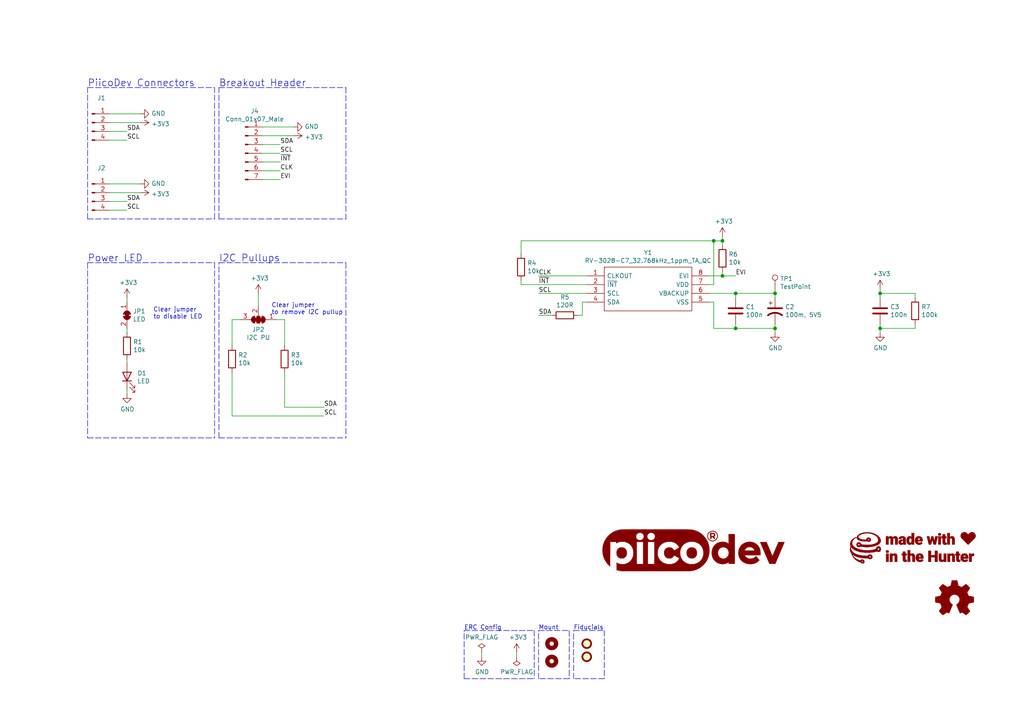
<source format=kicad_sch>
(kicad_sch (version 20211123) (generator eeschema)
  (paper "A4")
  (title_block (title "PiicoDev Real Time Clock RV3028") (date "2022-04-04") (rev "11") (company "Core Electronics") (comment 1 "Designed at Core Electronics by Peter Johnston") (comment 2 "PiicoDev and the PiicoDev logo are trademarks of Core Electronics Pty Ltd.") (comment 3 "License: CCASAv4.0 http://creativecommons.org/licenses/by-sa/4.0"))
  (lib_symbols
    (symbol "Connector:Conn_01x04_Male" (pin_names (offset 1.016) hide)
      (property "Reference" "J" (at 0 5.08 0))
      (property "Value" "Conn_01x04_Male" (at 0 -7.62 0))
      (symbol "Conn_01x04_Male_1_1"
        (pin passive line (at 5.08 2.54 180) (length 3.81) (name "Pin_1") (number "1"))
        (pin passive line (at 5.08 0 180) (length 3.81) (name "Pin_2") (number "2"))
        (pin passive line (at 5.08 -2.54 180) (length 3.81) (name "Pin_3") (number "3"))
        (pin passive line (at 5.08 -5.08 180) (length 3.81) (name "Pin_4") (number "4"))
      )
    )
    (symbol "Connector:Conn_01x07_Male" (pin_names (offset 1.016) hide)
      (property "Reference" "J" (at 0 10.16 0))
      (property "Value" "Conn_01x07_Male" (at 0 -10.16 0))
      (symbol "Conn_01x07_Male_1_1"
        (pin passive line (at 5.08 7.62 180) (length 3.81) (name "Pin_1") (number "1"))
        (pin passive line (at 5.08 5.08 180) (length 3.81) (name "Pin_2") (number "2"))
        (pin passive line (at 5.08 2.54 180) (length 3.81) (name "Pin_3") (number "3"))
        (pin passive line (at 5.08 0 180) (length 3.81) (name "Pin_4") (number "4"))
        (pin passive line (at 5.08 -2.54 180) (length 3.81) (name "Pin_5") (number "5"))
        (pin passive line (at 5.08 -5.08 180) (length 3.81) (name "Pin_6") (number "6"))
        (pin passive line (at 5.08 -7.62 180) (length 3.81) (name "Pin_7") (number "7"))
      )
    )
    (symbol "Connector:TestPoint" (pin_numbers hide) (pin_names (offset 0.762) hide)
      (property "Reference" "TP" (at 0 6.858 0))
      (property "Value" "TestPoint" (at 0 5.08 0))
      (symbol "TestPoint_1_1"
        (pin passive line (at 0 0 90) (length 2.54) (name "1") (number "1"))
      )
    )
    (symbol "CoreElectronics_Artwork:LOGO_CoreElectronics_no-text" (pin_names (offset 1.016)))
    (symbol "CoreElectronics_Artwork:LOGO_PiicoDev" (pin_names (offset 1.016)))
    (symbol "CoreElectronics_Artwork:LOGO_made-with-love" (pin_names (offset 1.016)))
    (symbol "CoreElectronics_Components:RV-3028-C7_32.768kHz_1ppm_TA_QC" (pin_names (offset 0.762))
      (property "Reference" "Y" (at 31.75 7.62 0))
      (property "Value" "RV-3028-C7_32.768kHz_1ppm_TA_QC" (at 31.75 5.08 0))
      (symbol "RV-3028-C7_32.768kHz_1ppm_TA_QC_0_0"
        (pin passive line (at 0 0 0) (length 5.08) (name "CLKOUT") (number "1"))
        (pin passive line (at 0 -2.54 0) (length 5.08) (name "~{INT}") (number "2"))
        (pin passive line (at 0 -5.08 0) (length 5.08) (name "SCL") (number "3"))
        (pin passive line (at 0 -7.62 0) (length 5.08) (name "SDA") (number "4"))
        (pin passive line (at 35.56 -7.62 180) (length 5.08) (name "VSS") (number "5"))
        (pin passive line (at 35.56 -5.08 180) (length 5.08) (name "VBACKUP") (number "6"))
        (pin passive line (at 35.56 -2.54 180) (length 5.08) (name "VDD") (number "7"))
        (pin passive line (at 35.56 0 180) (length 5.08) (name "EVI") (number "8"))
      )
    )
    (symbol "Device:C" (pin_numbers hide) (pin_names (offset 0.254))
      (property "Reference" "C" (at 0.635 2.54 0))
      (property "Value" "C" (at 0.635 -2.54 0))
      (symbol "C_1_1"
        (pin passive line (at 0 3.81 270) (length 2.794) (name "~") (number "1"))
        (pin passive line (at 0 -3.81 90) (length 2.794) (name "~") (number "2"))
      )
    )
    (symbol "Device:LED" (pin_numbers hide) (pin_names (offset 1.016) hide)
      (property "Reference" "D" (at 0 2.54 0))
      (property "Value" "LED" (at 0 -2.54 0))
      (symbol "LED_1_1"
        (pin passive line (at -3.81 0 0) (length 2.54) (name "K") (number "1"))
        (pin passive line (at 3.81 0 180) (length 2.54) (name "A") (number "2"))
      )
    )
    (symbol "Device:R" (pin_numbers hide) (pin_names (offset 0))
      (property "Reference" "R" (at 2.032 0 90))
      (property "Value" "R" (at 0 0 90))
      (symbol "R_1_1"
        (pin passive line (at 0 3.81 270) (length 1.27) (name "~") (number "1"))
        (pin passive line (at 0 -3.81 90) (length 1.27) (name "~") (number "2"))
      )
    )
    (symbol "Graphic:Logo_Open_Hardware_Small" (pin_names (offset 1.016)))
    (symbol "Jumper:SolderJumper_2_Bridged" (pin_names (offset 0) hide)
      (property "Reference" "JP" (at 0 2.032 0))
      (property "Value" "SolderJumper_2_Bridged" (at 0 -2.54 0))
      (symbol "SolderJumper_2_Bridged_1_1"
        (pin passive line (at -3.81 0 0) (length 2.54) (name "A") (number "1"))
        (pin passive line (at 3.81 0 180) (length 2.54) (name "B") (number "2"))
      )
    )
    (symbol "Mechanical:Fiducial"
      (property "Reference" "FID" (at 0 5.08 0))
      (property "Value" "Fiducial" (at 0 3.175 0))
    )
    (symbol "Mechanical:MountingHole" (pin_names (offset 1.016))
      (property "Reference" "H" (at 0 5.08 0))
      (property "Value" "MountingHole" (at 0 3.175 0))
    )
    (symbol "PiicoDev-Real-Time-Clock-RV3028-rescue:CP1-Device" (pin_numbers hide) (pin_names (offset 0.254) hide)
      (property "Reference" "C" (at 0.635 2.54 0))
      (property "Value" "CP1-Device" (at 0.635 -2.54 0))
      (symbol "CP1-Device_1_1"
        (pin passive line (at 0 3.81 270) (length 2.794) (name "~") (number "1"))
        (pin passive line (at 0 -3.81 90) (length 3.302) (name "~") (number "2"))
      )
    )
    (symbol "PiicoDev-Real-Time-Clock-RV3028-rescue:SolderJumper_3_Bridged123-Jumper" (pin_names (offset 0) hide)
      (property "Reference" "JP" (at -2.54 -2.54 0))
      (property "Value" "SolderJumper_3_Bridged123-Jumper" (at 0 2.794 0))
      (symbol "SolderJumper_3_Bridged123-Jumper_1_1"
        (pin passive line (at -5.08 0 0) (length 2.54) (name "A") (number "1"))
        (pin input line (at 0 -3.81 90) (length 2.54) (name "C") (number "2"))
        (pin passive line (at 5.08 0 180) (length 2.54) (name "B") (number "3"))
      )
    )
    (symbol "power:+3V3" (power) (pin_names (offset 0))
      (property "Value" "+3V3" (at 0 3.556 0))
      (symbol "+3V3_1_1"
        (pin power_in line (at 0 0 90) (length 0) hide (name "+3V3") (number "1"))
      )
    )
    (symbol "power:GND" (power) (pin_names (offset 0))
      (property "Value" "GND" (at 0 -3.81 0))
      (symbol "GND_1_1"
        (pin power_in line (at 0 0 270) (length 0) hide (name "GND") (number "1"))
      )
    )
    (symbol "power:PWR_FLAG" (power) (pin_numbers hide) (pin_names (offset 0) hide)
      (property "Value" "PWR_FLAG" (at 0 3.81 0))
      (symbol "PWR_FLAG_0_0"
        (pin power_out line (at 0 0 90) (length 0) (name "pwr") (number "1"))
      )
    )
  )
  (junction (at 213.36 95.25))
  (junction (at 213.36 85.09))
  (junction (at 255.27 95.25))
  (junction (at 255.27 85.09))
  (junction (at 209.55 69.85))
  (junction (at 224.79 85.09))
  (junction (at 209.55 80.01))
  (junction (at 207.01 69.85))
  (junction (at 224.79 95.25))
  (wire (pts (xy 255.27 85.09) (xy 265.43 85.09)))
  (polyline (pts (xy 156.21 182.88) (xy 165.1 182.88)))
  (wire (pts (xy 36.83 58.42) (xy 31.75 58.42)))
  (wire (pts (xy 205.74 80.01) (xy 209.55 80.01)))
  (polyline (pts (xy 63.5 63.5) (xy 100.33 63.5)))
  (polyline (pts (xy 63.5 127) (xy 100.33 127)))
  (polyline (pts (xy 62.23 76.2) (xy 62.23 127)))
  (polyline (pts (xy 134.62 196.85) (xy 134.62 182.88)))
  (polyline (pts (xy 25.4 63.5) (xy 62.23 63.5)))
  (wire (pts (xy 36.83 96.52) (xy 36.83 95.25)))
  (polyline (pts (xy 134.62 196.85) (xy 154.94 196.85)))
  (wire (pts (xy 209.55 69.85) (xy 207.01 69.85)))
  (wire (pts (xy 67.31 120.65) (xy 93.98 120.65)))
  (wire (pts (xy 82.55 118.11) (xy 93.98 118.11)))
  (polyline (pts (xy 63.5 76.2) (xy 100.33 76.2)))
  (wire (pts (xy 76.2 52.07) (xy 81.28 52.07)))
  (wire (pts (xy 151.13 73.66) (xy 151.13 69.85)))
  (polyline (pts (xy 100.33 25.4) (xy 100.33 63.5)))
  (polyline (pts (xy 134.62 182.88) (xy 154.94 182.88)))
  (wire (pts (xy 151.13 82.55) (xy 170.18 82.55)))
  (polyline (pts (xy 63.5 127) (xy 63.5 76.2)))
  (wire (pts (xy 81.28 41.91) (xy 76.2 41.91)))
  (wire (pts (xy 224.79 85.09) (xy 224.79 83.82)))
  (wire (pts (xy 209.55 80.01) (xy 213.36 80.01)))
  (wire (pts (xy 36.83 40.64) (xy 31.75 40.64)))
  (polyline (pts (xy 25.4 76.2) (xy 62.23 76.2)))
  (polyline (pts (xy 165.1 196.85) (xy 156.21 196.85)))
  (polyline (pts (xy 63.5 63.5) (xy 63.5 25.4)))
  (wire (pts (xy 224.79 93.98) (xy 224.79 95.25)))
  (wire (pts (xy 213.36 95.25) (xy 224.79 95.25)))
  (polyline (pts (xy 175.26 182.88) (xy 175.26 196.85)))
  (wire (pts (xy 265.43 95.25) (xy 255.27 95.25)))
  (wire (pts (xy 265.43 93.98) (xy 265.43 95.25)))
  (wire (pts (xy 213.36 93.98) (xy 213.36 95.25)))
  (wire (pts (xy 82.55 92.71) (xy 80.01 92.71)))
  (wire (pts (xy 31.75 55.88) (xy 40.64 55.88)))
  (wire (pts (xy 67.31 107.95) (xy 67.31 120.65)))
  (wire (pts (xy 139.7 189.23) (xy 139.7 190.5)))
  (wire (pts (xy 82.55 107.95) (xy 82.55 118.11)))
  (wire (pts (xy 224.79 95.25) (xy 224.79 96.52)))
  (polyline (pts (xy 25.4 63.5) (xy 25.4 25.4)))
  (wire (pts (xy 168.91 91.44) (xy 167.64 91.44)))
  (wire (pts (xy 67.31 100.33) (xy 67.31 92.71)))
  (wire (pts (xy 255.27 95.25) (xy 255.27 96.52)))
  (wire (pts (xy 156.21 91.44) (xy 160.02 91.44)))
  (wire (pts (xy 76.2 39.37) (xy 85.09 39.37)))
  (polyline (pts (xy 156.21 196.85) (xy 156.21 182.88)))
  (wire (pts (xy 76.2 46.99) (xy 81.28 46.99)))
  (wire (pts (xy 36.83 60.96) (xy 31.75 60.96)))
  (wire (pts (xy 82.55 100.33) (xy 82.55 92.71)))
  (wire (pts (xy 170.18 80.01) (xy 156.21 80.01)))
  (wire (pts (xy 207.01 95.25) (xy 213.36 95.25)))
  (wire (pts (xy 205.74 82.55) (xy 207.01 82.55)))
  (polyline (pts (xy 165.1 182.88) (xy 165.1 196.85)))
  (wire (pts (xy 156.21 85.09) (xy 170.18 85.09)))
  (wire (pts (xy 205.74 85.09) (xy 213.36 85.09)))
  (polyline (pts (xy 175.26 196.85) (xy 166.37 196.85)))
  (wire (pts (xy 255.27 83.82) (xy 255.27 85.09)))
  (wire (pts (xy 36.83 105.41) (xy 36.83 104.14)))
  (wire (pts (xy 213.36 85.09) (xy 224.79 85.09)))
  (wire (pts (xy 207.01 69.85) (xy 207.01 82.55)))
  (wire (pts (xy 209.55 71.12) (xy 209.55 69.85)))
  (wire (pts (xy 168.91 87.63) (xy 168.91 91.44)))
  (polyline (pts (xy 166.37 182.88) (xy 175.26 182.88)))
  (wire (pts (xy 209.55 78.74) (xy 209.55 80.01)))
  (wire (pts (xy 170.18 87.63) (xy 168.91 87.63)))
  (wire (pts (xy 213.36 86.36) (xy 213.36 85.09)))
  (wire (pts (xy 255.27 95.25) (xy 255.27 93.98)))
  (wire (pts (xy 207.01 87.63) (xy 207.01 95.25)))
  (wire (pts (xy 151.13 69.85) (xy 207.01 69.85)))
  (wire (pts (xy 205.74 87.63) (xy 207.01 87.63)))
  (wire (pts (xy 85.09 36.83) (xy 76.2 36.83)))
  (polyline (pts (xy 166.37 196.85) (xy 166.37 182.88)))
  (wire (pts (xy 36.83 114.3) (xy 36.83 113.03)))
  (polyline (pts (xy 63.5 25.4) (xy 100.33 25.4)))
  (wire (pts (xy 81.28 44.45) (xy 76.2 44.45)))
  (polyline (pts (xy 100.33 76.2) (xy 100.33 127)))
  (polyline (pts (xy 25.4 76.2) (xy 25.4 127)))
  (polyline (pts (xy 25.4 25.4) (xy 62.23 25.4)))
  (polyline (pts (xy 62.23 63.5) (xy 62.23 25.4)))
  (wire (pts (xy 255.27 85.09) (xy 255.27 86.36)))
  (polyline (pts (xy 154.94 182.88) (xy 154.94 196.85)))
  (wire (pts (xy 209.55 68.58) (xy 209.55 69.85)))
  (wire (pts (xy 76.2 49.53) (xy 81.28 49.53)))
  (wire (pts (xy 36.83 38.1) (xy 31.75 38.1)))
  (wire (pts (xy 224.79 85.09) (xy 224.79 86.36)))
  (wire (pts (xy 151.13 82.55) (xy 151.13 81.28)))
  (wire (pts (xy 149.86 189.23) (xy 149.86 190.5)))
  (wire (pts (xy 40.64 33.02) (xy 31.75 33.02)))
  (wire (pts (xy 40.64 53.34) (xy 31.75 53.34)))
  (wire (pts (xy 74.93 85.09) (xy 74.93 88.9)))
  (polyline (pts (xy 25.4 127) (xy 62.23 127)))
  (wire (pts (xy 67.31 92.71) (xy 69.85 92.71)))
  (wire (pts (xy 265.43 85.09) (xy 265.43 86.36)))
  (wire (pts (xy 36.83 87.63) (xy 36.83 86.36)))
  (wire (pts (xy 31.75 35.56) (xy 40.64 35.56)))
  (text "Clear jumper \nto remove I2C pullup" (at 78.74 91.44 0) (effects (font (size 1.27 1.27)) (justify left bottom)))
  (text "Power LED" (at 25.4 76.2 0) (effects (font (size 2.0066 2.0066)) (justify left bottom)))
  (text "Clear jumper \nto disable LED" (at 44.45 92.71 0) (effects (font (size 1.27 1.27)) (justify left bottom)))
  (text "I2C Pullups" (at 63.5 76.2 0) (effects (font (size 2.0066 2.0066)) (justify left bottom)))
  (text "Fiducials" (at 166.37 182.88 0) (effects (font (size 1.27 1.27)) (justify left bottom)))
  (text "PiicoDev Connectors" (at 25.4 25.4 0) (effects (font (size 2.0066 2.0066)) (justify left bottom)))
  (text "ERC Config" (at 134.62 182.88 0) (effects (font (size 1.27 1.27)) (justify left bottom)))
  (text "Breakout Header" (at 63.5 25.4 0) (effects (font (size 2.0066 2.0066)) (justify left bottom)))
  (text "Mount" (at 156.21 182.88 0) (effects (font (size 1.27 1.27)) (justify left bottom)))
  (label "EVI" (at 213.36 80.01 0))
  (label "SDA" (at 81.28 41.91 0))
  (label "~{INT}" (at 156.21 82.55 0))
  (label "SDA" (at 156.21 91.44 0))
  (label "SDA" (at 36.83 38.1 0))
  (label "SDA" (at 93.98 118.11 0))
  (label "SCL" (at 156.21 85.09 0))
  (label "EVI" (at 81.28 52.07 0))
  (label "SCL" (at 36.83 40.64 0))
  (label "~{INT}" (at 81.28 46.99 0))
  (label "SCL" (at 81.28 44.45 0))
  (label "CLK" (at 156.21 80.01 0))
  (label "SCL" (at 36.83 60.96 0))
  (label "SDA" (at 36.83 58.42 0))
  (label "CLK" (at 81.28 49.53 0))
  (label "SCL" (at 93.98 120.65 0))
  (symbol (lib_id "CoreElectronics_Artwork:LOGO_PiicoDev") (at 203.2 160.02 0) (unit 1)
    (property "Reference" "G1" (effects hide))
    (property "Value" "LOGO_PiicoDev" (effects hide))
    (property "Footprint" "CoreElectronics_Artwork:piicodev_logo_14.2x3.4mm" (effects hide))
  )
  (symbol (lib_id "CoreElectronics_Artwork:LOGO_made-with-love") (at 269.24 158.75 0) (unit 1)
    (property "Reference" "G3" (effects hide))
    (property "Value" "LOGO_made-with-love" (effects hide))
    (property "Footprint" "CoreElectronics_Artwork:piicodev_logo_14.2x3.4mm" (effects hide))
  )
  (symbol (lib_id "CoreElectronics_Artwork:LOGO_CoreElectronics_no-text") (at 251.46 158.75 0) (unit 1)
    (property "Reference" "G2" (effects hide))
    (property "Value" "LOGO_CoreElectronics_no-text" (effects hide))
    (property "Footprint" "CoreElectronics_Artwork:CoreElectronics_logo_5mm" (effects hide))
  )
  (symbol (lib_id "Graphic:Logo_Open_Hardware_Small") (at 276.86 173.99 0) (unit 1)
    (property "Reference" "LOGO1" (effects hide))
    (property "Value" "Logo_Open_Hardware_Small" (effects hide))
    (property "Footprint" "CoreElectronics_Artwork:oshw" (effects hide))
  )
  (symbol (lib_id "power:PWR_FLAG") (at 139.7 189.23 0) (unit 1)
    (property "Reference" "#FLG0101" (effects hide))
    (property "Value" "PWR_FLAG" (at 139.7 184.8358 0))
  )
  (symbol (lib_id "power:PWR_FLAG") (at 149.86 190.5 180) (unit 1)
    (property "Reference" "#FLG0102" (effects hide))
    (property "Value" "PWR_FLAG" (at 149.86 194.8942 0))
  )
  (symbol (lib_id "power:GND") (at 139.7 190.5 0) (unit 1)
    (property "Reference" "#PWR0101" (effects hide))
    (property "Value" "GND" (at 139.827 194.8942 0))
  )
  (symbol (lib_id "power:+3V3") (at 149.86 189.23 0) (unit 1)
    (property "Reference" "#PWR0102" (effects hide))
    (property "Value" "+3V3" (at 150.241 184.8358 0))
  )
  (symbol (lib_id "Mechanical:MountingHole") (at 160.02 191.77 0) (unit 1)
    (property "Reference" "H2" (effects hide))
    (property "Value" "MountingHole" (effects hide))
    (property "Footprint" "CoreElectronics_Components:MountingHole_2.7mm_M2.5_PadClearance_1.2" (effects hide))
  )
  (symbol (lib_id "Mechanical:MountingHole") (at 160.02 186.69 0) (unit 1)
    (property "Reference" "H1" (effects hide))
    (property "Value" "MountingHole" (effects hide))
    (property "Footprint" "CoreElectronics_Components:MountingHole_2.7mm_M2.5_PadClearance_1.2" (effects hide))
  )
  (symbol (lib_id "Mechanical:Fiducial") (at 170.18 190.5 0) (unit 1)
    (property "Reference" "FID2" (effects hide))
    (property "Value" "Fiducial" (effects hide))
    (property "Footprint" "Fiducial:Fiducial_1mm_Mask2mm" (effects hide))
  )
  (symbol (lib_id "Mechanical:Fiducial") (at 170.18 186.69 0) (unit 1)
    (property "Reference" "FID1" (effects hide))
    (property "Value" "Fiducial" (effects hide))
    (property "Footprint" "Fiducial:Fiducial_1mm_Mask2mm" (effects hide))
  )
  (symbol (lib_id "Connector:Conn_01x04_Male") (at 26.67 35.56 0) (unit 1)
    (property "Reference" "J1" (at 29.4132 28.4226 0))
    (property "Value" " " (at 29.4132 30.734 0))
    (property "Footprint" "Connector_JST:JST_SH_SM04B-SRSS-TB_1x04-1MP_P1.00mm_Horizontal" (effects hide))
  )
  (symbol (lib_id "power:+3V3") (at 40.64 35.56 270) (unit 1)
    (property "Reference" "#PWR0103" (effects hide))
    (property "Value" "+3V3" (at 43.8912 35.941 90) (effects (justify left)))
  )
  (symbol (lib_id "power:GND") (at 40.64 33.02 90) (unit 1)
    (property "Reference" "#PWR0104" (effects hide))
    (property "Value" "GND" (at 43.8912 32.893 90) (effects (justify right)))
  )
  (symbol (lib_id "Connector:Conn_01x04_Male") (at 26.67 55.88 0) (unit 1)
    (property "Reference" "J2" (at 29.4132 48.7426 0))
    (property "Value" " " (at 29.4132 51.054 0))
    (property "Footprint" "Connector_JST:JST_SH_SM04B-SRSS-TB_1x04-1MP_P1.00mm_Horizontal" (effects hide))
  )
  (symbol (lib_id "power:+3V3") (at 40.64 55.88 270) (unit 1)
    (property "Reference" "#PWR0105" (effects hide))
    (property "Value" "+3V3" (at 43.8912 56.261 90) (effects (justify left)))
  )
  (symbol (lib_id "power:GND") (at 40.64 53.34 90) (unit 1)
    (property "Reference" "#PWR0106" (effects hide))
    (property "Value" "GND" (at 43.8912 53.213 90) (effects (justify right)))
  )
  (symbol (lib_id "power:+3V3") (at 85.09 39.37 270) (unit 1)
    (property "Reference" "#PWR0107" (effects hide))
    (property "Value" "+3V3" (at 88.3412 39.751 90) (effects (justify left)))
  )
  (symbol (lib_id "power:GND") (at 85.09 36.83 90) (unit 1)
    (property "Reference" "#PWR0108" (effects hide))
    (property "Value" "GND" (at 88.3412 36.703 90) (effects (justify right)))
  )
  (symbol (lib_id "Device:R") (at 82.55 104.14 0) (unit 1)
    (property "Reference" "R3" (at 84.328 102.9716 0) (effects (justify left)))
    (property "Value" "10k" (at 84.328 105.283 0) (effects (justify left)))
    (property "Footprint" "Resistor_SMD:R_0402_1005Metric" (effects hide))
  )
  (symbol (lib_id "PiicoDev-Real-Time-Clock-RV3028-rescue:SolderJumper_3_Bridged123-Jumper") (at 74.93 92.71 180) (unit 1)
    (property "Reference" "JP2" (at 74.93 95.5802 0))
    (property "Value" "I2C PU" (at 74.93 97.8916 0))
    (property "Footprint" "CoreElectronics_Components:SolderJumper-3_P1.3mm_Closed_RoundedPad1.0x1.5mm_NumberLabels" (effects hide))
  )
  (symbol (lib_id "Device:R") (at 67.31 104.14 0) (unit 1)
    (property "Reference" "R2" (at 69.088 102.9716 0) (effects (justify left)))
    (property "Value" "10k" (at 69.088 105.283 0) (effects (justify left)))
    (property "Footprint" "Resistor_SMD:R_0402_1005Metric" (effects hide))
  )
  (symbol (lib_id "power:+3V3") (at 74.93 85.09 0) (unit 1)
    (property "Reference" "#PWR0109" (effects hide))
    (property "Value" "+3V3" (at 75.311 80.6958 0))
  )
  (symbol (lib_id "Device:LED") (at 36.83 109.22 90) (unit 1)
    (property "Reference" "D1" (at 39.8272 108.2294 90) (effects (justify right)))
    (property "Value" "LED" (at 39.8272 110.5408 90) (effects (justify right)))
    (property "Footprint" "LED_SMD:LED_0603_1608Metric" (effects hide))
  )
  (symbol (lib_id "power:GND") (at 36.83 114.3 0) (unit 1)
    (property "Reference" "#PWR0110" (effects hide))
    (property "Value" "GND" (at 36.957 118.6942 0))
  )
  (symbol (lib_id "power:+3V3") (at 36.83 86.36 0) (unit 1)
    (property "Reference" "#PWR0111" (effects hide))
    (property "Value" "+3V3" (at 37.211 81.9658 0))
  )
  (symbol (lib_id "Jumper:SolderJumper_2_Bridged") (at 36.83 91.44 270) (unit 1)
    (property "Reference" "JP1" (at 38.5572 90.2716 90) (effects (justify left)))
    (property "Value" "LED" (at 38.5572 92.583 90) (effects (justify left)))
    (property "Footprint" "CoreElectronics_Components:SolderJumper-2_P1.3mm_Bridged_RoundedPad1.0x1.5mm" (effects hide))
  )
  (symbol (lib_id "Device:R") (at 36.83 100.33 0) (unit 1)
    (property "Reference" "R1" (at 38.608 99.1616 0) (effects (justify left)))
    (property "Value" "10k" (at 38.608 101.473 0) (effects (justify left)))
    (property "Footprint" "Resistor_SMD:R_0402_1005Metric" (effects hide))
  )
  (symbol (lib_id "Device:R") (at 163.83 91.44 270) (unit 1)
    (property "Reference" "R5" (at 163.83 86.1822 90))
    (property "Value" "120R" (at 163.83 88.4936 90))
    (property "Footprint" "Resistor_SMD:R_0402_1005Metric" (effects hide))
  )
  (symbol (lib_id "PiicoDev-Real-Time-Clock-RV3028-rescue:CP1-Device") (at 224.79 90.17 0) (unit 1)
    (property "Reference" "C2" (at 227.711 89.0016 0) (effects (justify left)))
    (property "Value" "100m, 5V5" (at 227.711 91.313 0) (effects (justify left)))
    (property "Footprint" "CoreElectronics_Components:Kemet_FC_10.5X5.5" (effects hide))
  )
  (symbol (lib_id "Device:C") (at 213.36 90.17 0) (unit 1)
    (property "Reference" "C1" (at 216.281 89.0016 0) (effects (justify left)))
    (property "Value" "100n" (at 216.281 91.313 0) (effects (justify left)))
    (property "Footprint" "Capacitor_SMD:C_0402_1005Metric" (effects hide))
  )
  (symbol (lib_id "CoreElectronics_Components:RV-3028-C7_32.768kHz_1ppm_TA_QC") (at 170.18 80.01 0) (unit 1)
    (property "Reference" "Y1" (at 187.96 73.279 0))
    (property "Value" "RV-3028-C7_32.768kHz_1ppm_TA_QC" (at 187.96 75.5904 0))
    (property "Footprint" "CoreElectronics_Components:MicroCrystal_RV3028C7" (effects hide))
    (property "Datasheet" "https://www.mouser.de/datasheet/2/530/RV_3028_C7-1524919.pdf" (effects hide))
    (property "Description" "Real Time Clock 32.768kHz I2C Time Acc. 1ppm" (effects hide))
    (property "Height" "0.8" (effects hide))
    (property "Mouser Part Number" "428-203591-MG01" (effects hide))
    (property "Mouser Price/Stock" "https://www.mouser.co.uk/ProductDetail/Micro-Crystal/RV-3028-C7-32768kHz-1ppm-TA-QC?qs=u16ybLDytRaU7ZFJl2AxfQ%3D%3D" (effects hide))
    (property "Manufacturer_Name" "Micro Crystal AG" (effects hide))
    (property "Manufacturer_Part_Number" "RV-3028-C7 32.768kHz 1ppm TA QC" (effects hide))
  )
  (symbol (lib_id "Device:R") (at 265.43 90.17 0) (unit 1)
    (property "Reference" "R7" (at 267.208 89.0016 0) (effects (justify left)))
    (property "Value" "100k" (at 267.208 91.313 0) (effects (justify left)))
    (property "Footprint" "Resistor_SMD:R_0402_1005Metric" (effects hide))
  )
  (symbol (lib_id "Device:C") (at 255.27 90.17 0) (unit 1)
    (property "Reference" "C3" (at 258.191 89.0016 0) (effects (justify left)))
    (property "Value" "100n" (at 258.191 91.313 0) (effects (justify left)))
    (property "Footprint" "Capacitor_SMD:C_0402_1005Metric" (effects hide))
  )
  (symbol (lib_id "Connector:TestPoint") (at 224.79 83.82 0) (unit 1)
    (property "Reference" "TP1" (at 226.2632 80.8228 0) (effects (justify left)))
    (property "Value" "TestPoint" (at 226.2632 83.1342 0) (effects (justify left)))
    (property "Footprint" "PiicoDev Real Time Clock RV3028:PinHeader_1x01_P2.54mm_Vertical" (effects hide))
  )
  (symbol (lib_id "power:GND") (at 224.79 96.52 0) (unit 1)
    (property "Reference" "#PWR0112" (effects hide))
    (property "Value" "GND" (at 224.917 100.9142 0))
  )
  (symbol (lib_id "power:+3V3") (at 209.55 68.58 0) (unit 1)
    (property "Reference" "#PWR0113" (effects hide))
    (property "Value" "+3V3" (at 209.931 64.1858 0))
  )
  (symbol (lib_id "power:GND") (at 255.27 96.52 0) (unit 1)
    (property "Reference" "#PWR0114" (effects hide))
    (property "Value" "GND" (at 255.397 100.9142 0))
  )
  (symbol (lib_id "power:+3V3") (at 255.27 83.82 0) (unit 1)
    (property "Reference" "#PWR0115" (effects hide))
    (property "Value" "+3V3" (at 255.651 79.4258 0))
  )
  (symbol (lib_id "Device:R") (at 209.55 74.93 0) (unit 1)
    (property "Reference" "R6" (at 211.328 73.7616 0) (effects (justify left)))
    (property "Value" "10k" (at 211.328 76.073 0) (effects (justify left)))
    (property "Footprint" "Resistor_SMD:R_0402_1005Metric" (effects hide))
  )
  (symbol (lib_id "Device:R") (at 151.13 77.47 0) (unit 1)
    (property "Reference" "R4" (at 152.908 76.3016 0) (effects (justify left)))
    (property "Value" "10k" (at 152.908 78.613 0) (effects (justify left)))
    (property "Footprint" "Resistor_SMD:R_0402_1005Metric" (effects hide))
  )
  (symbol (lib_id "Connector:Conn_01x07_Male") (at 71.12 44.45 0) (unit 1)
    (property "Reference" "J4" (at 73.8632 32.2326 0))
    (property "Value" "Conn_01x07_Male" (at 73.8632 34.544 0))
    (property "Footprint" "PiicoDev Real Time Clock RV3028:PinHeader_1x07_P2.54mm_Vertical" (effects hide))
  )
)
</source>
